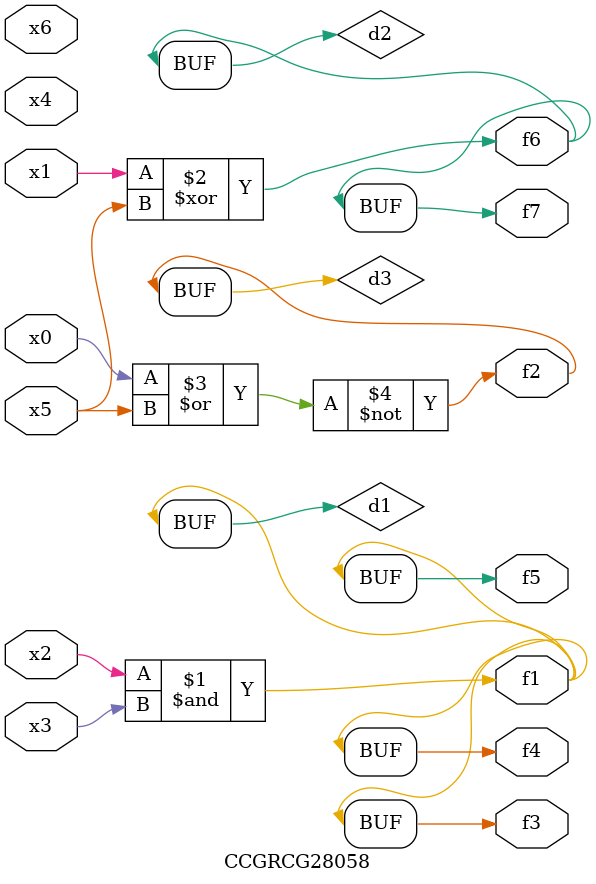
<source format=v>
module CCGRCG28058(
	input x0, x1, x2, x3, x4, x5, x6,
	output f1, f2, f3, f4, f5, f6, f7
);

	wire d1, d2, d3;

	and (d1, x2, x3);
	xor (d2, x1, x5);
	nor (d3, x0, x5);
	assign f1 = d1;
	assign f2 = d3;
	assign f3 = d1;
	assign f4 = d1;
	assign f5 = d1;
	assign f6 = d2;
	assign f7 = d2;
endmodule

</source>
